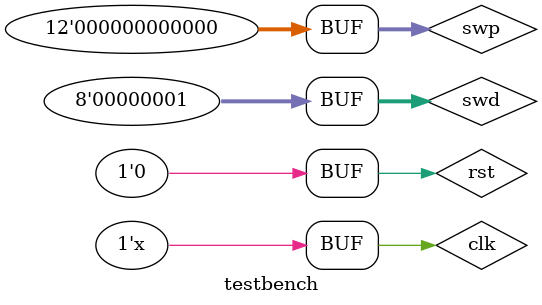
<source format=v>
`timescale 10ns / 100ps

module testbench ();
reg [11:0] swp;
reg [7:0] swd;
reg rst, clk;
wire [7:0] seg, led;

wire lcd_e, lcd_rs, lcd_rw;
wire [7:0] lcd_data;
calculator calculator(
    swp, swd, rst, clk, seg, led, lcd_e, lcd_rs, lcd_rw, lcd_data
);

initial begin
    rst = 1; clk = 0; swp = 12'b0000_0000_0000; swd = 8'b0000_0000;
    #1 rst = 0;
    #130 swp = 12'b0100_0000_0000; // 2
    #10 swp = 0;    
    #130 swp = 12'b0010_0000_0000; // 3
    #10 swp = 0;

    #130 swd = 8'b1000_0000;
    #10 swd = 0;

    #130 swp = 12'b0001_0000_0000; // 4
    #10 swp = 0;
    #130 swp = 12'b0000_1000_0000; // 5
    #10 swp = 0;    
    #130 swp = 12'b0000_0100_0000; // 6
    #10 swp = 0;

    #130 swd = 8'b0100_0000;
    #10 swd = 0;

    #130 swp = 12'b0100_0000_0000; // 2
    #10 swp = 0;
    #130 swp = 12'b0010_0000_0000; // 3
    #10 swp = 0;    
    #130 swp = 12'b0001_0000_0000; // 4
    #10 swp = 0;
    
    #130 swd = 8'b0100_0000;
    #10 swd = 0;

    #130 swp = 12'b0100_0000_0000; // 2
    #10 swp = 0;
    #130 swp = 12'b0010_0000_0000; // 3
    #10 swp = 0;    
    #130 swp = 12'b0001_0000_0000; // 4
    #10 swp = 0;
    #130 swp = 12'b0001_0000_0000; // 4
    #10 swp = 0;
    
    #130 swd = 8'b0100_0000;
    #10 swd = 0;

    #130 swp = 12'b0100_0000_0000; // 2
    #10 swp = 0;
    #130 swp = 12'b0010_0000_0000; // 3
    #10 swp = 0;    
    #130 swp = 12'b0001_0000_0000; // 4
    #10 swp = 0;

    #10 swd = 8'b0000_0001;
    
end

always #0.005 clk = ~clk;

endmodule

</source>
